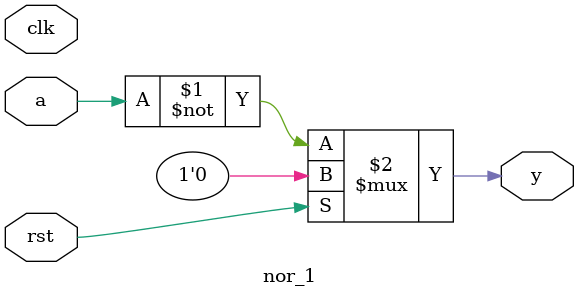
<source format=v>
`timescale 1ns/1ps
`default_nettype none

module nor_1(y, a, rst, clk);
    parameter delay = 9;
    parameter iv = 1'b0;
    input wire a, rst, clk;

`ifdef TARGET_FPGA
    output reg y = iv;
    reg next_val = iv;

    always @(posedge clk)
    begin
        y = next_val;
    end

    always @(negedge clk)
    begin
        next_val = ~a;
    end
`else
    output wire y;
    assign #delay y = (rst) ? iv : ~a;
`endif
endmodule

</source>
